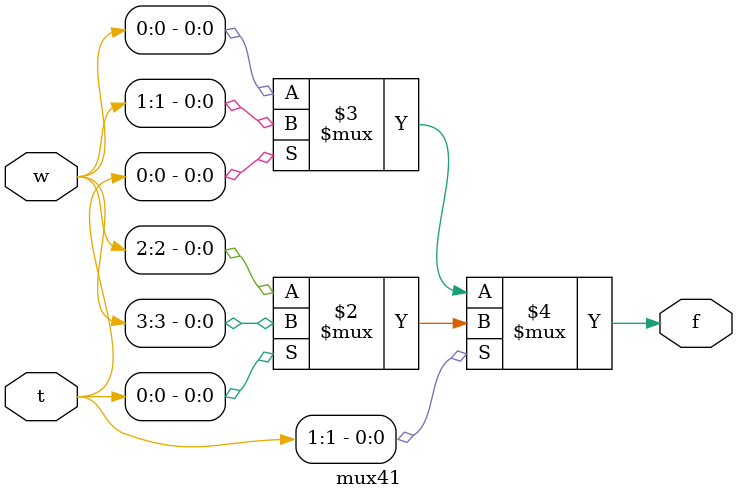
<source format=v>
module prog2(w, t, f);
input [15:0]w;
input [3:0]t;
output f;
wire [3:0]m;
mux41 m0(w[15:12], t[1:0], m[3]);
mux41 m1(w[11:8], t[1:0], m[2]);
mux41 m2(w[7:4], t[1:0], m[1]);
mux41 m3(w[3:0], t[1:0], m[0]);
mux41 m4(m[3:0], t[3:2], f);
endmodule

module mux41(w, t, f);
input [3:0]w;
input [1:0]t;
output f;
reg f;
always @(w or t)
f=t[1]?(t[0]?w[3]:w[2]):(t[0]?w[1]:w[0]);
endmodule

</source>
